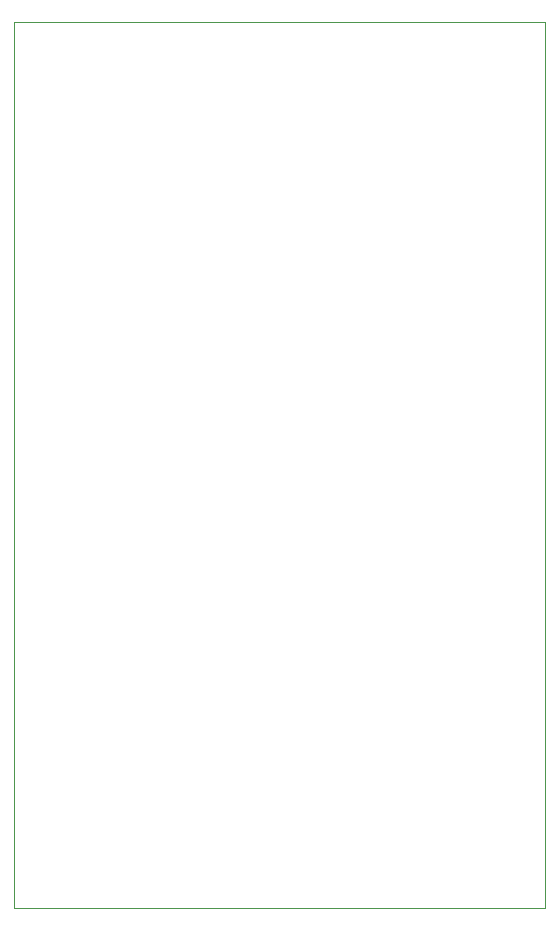
<source format=gm1>
%TF.GenerationSoftware,KiCad,Pcbnew,(6.0.5)*%
%TF.CreationDate,2023-02-27T22:37:21-05:00*%
%TF.ProjectId,relay_board,72656c61-795f-4626-9f61-72642e6b6963,rev?*%
%TF.SameCoordinates,Original*%
%TF.FileFunction,Profile,NP*%
%FSLAX46Y46*%
G04 Gerber Fmt 4.6, Leading zero omitted, Abs format (unit mm)*
G04 Created by KiCad (PCBNEW (6.0.5)) date 2023-02-27 22:37:21*
%MOMM*%
%LPD*%
G01*
G04 APERTURE LIST*
%TA.AperFunction,Profile*%
%ADD10C,0.100000*%
%TD*%
G04 APERTURE END LIST*
D10*
X130000000Y-144000000D02*
X175000000Y-144000000D01*
X130000000Y-144000000D02*
X130000000Y-69000000D01*
X175000000Y-144000000D02*
X175000000Y-69000000D01*
X130000000Y-69000000D02*
X175000000Y-69000000D01*
M02*

</source>
